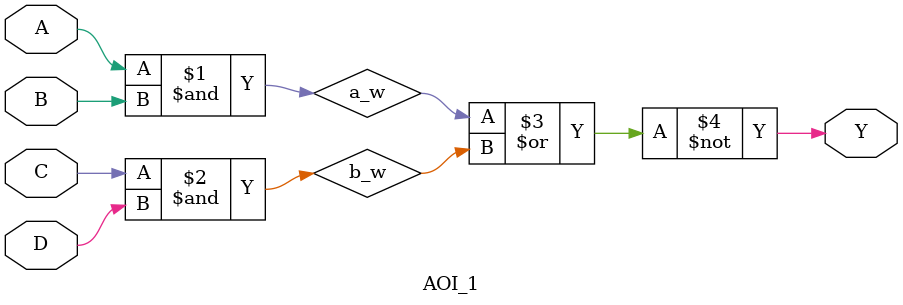
<source format=v>
module AOI_1(input A,input B,input C,input D,output Y); // This is Data Flow Modelling
wire a_w;
wire b_w;
assign a_w = A & B;
assign b_w = C & D;
assign Y = ~(a_w | b_w); // A input or output or wire or reg data types must never start with a number. It is an error
endmodule

</source>
